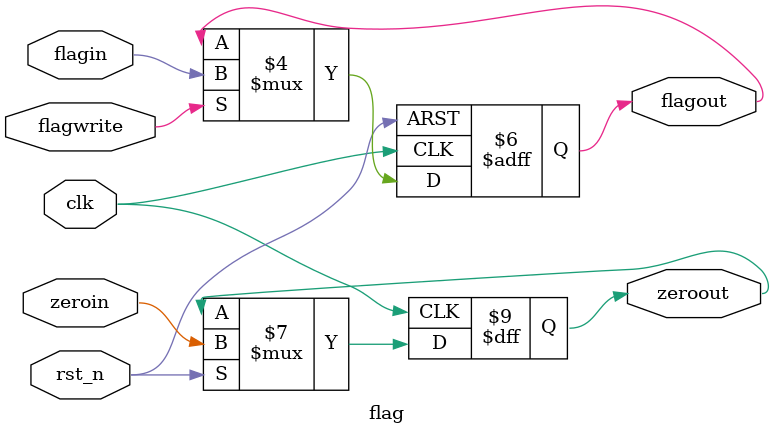
<source format=v>
module flag(clk,rst_n,flagwrite,flagin,flagout,zeroin,zeroout);
 input clk;
 input rst_n;
 input flagwrite;
 input flagin;
 input zeroin;
 output reg flagout;
 output reg zeroout; 
 always@(posedge clk or negedge rst_n) begin
  if(! rst_n) begin
   flagout=0;
  end
  else begin
   if(flagwrite) begin
	 flagout=flagin;
	end
	zeroout=zeroin;
  end
 end
 
endmodule
</source>
